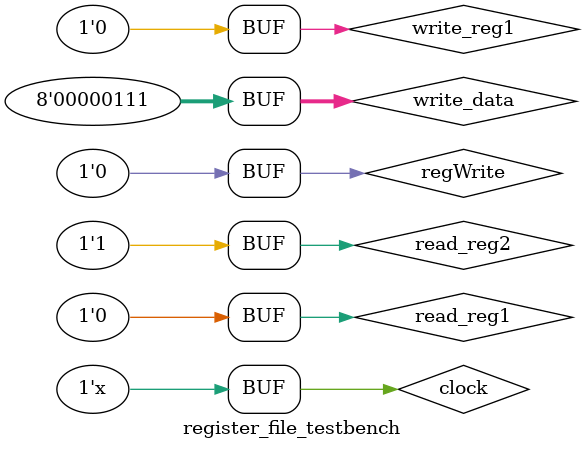
<source format=v>
`timescale 1ns / 1ps
`include "register_file.v"

module register_file_testbench();
    reg read_reg1;
    reg read_reg2;
    reg write_reg1;
    reg clock;
    reg [7:0] write_data;
    reg regWrite;
    
    wire [7:0] reg1;
    wire [7:0] reg2;
    
    register_file uut(.read_reg1(read_reg1), .read_reg2(read_reg2), .write_reg1(write_reg1), .clock(clock), .write_data(write_data), .regWrite(regWrite), .reg1(reg1), .reg2(reg2));
    
    //Set up the clock and variables
    initial
        begin
            clock = 0;
            read_reg1 = 0;
            read_reg2 = 1;
            write_reg1 = 0;
            write_data = 8'b00000111;
            
            //Disable write
            regWrite = 0;
        end
    
    //Tick clock every 10 time units
    always
        #10 clock = ~clock;
    
    
    
    
endmodule

</source>
